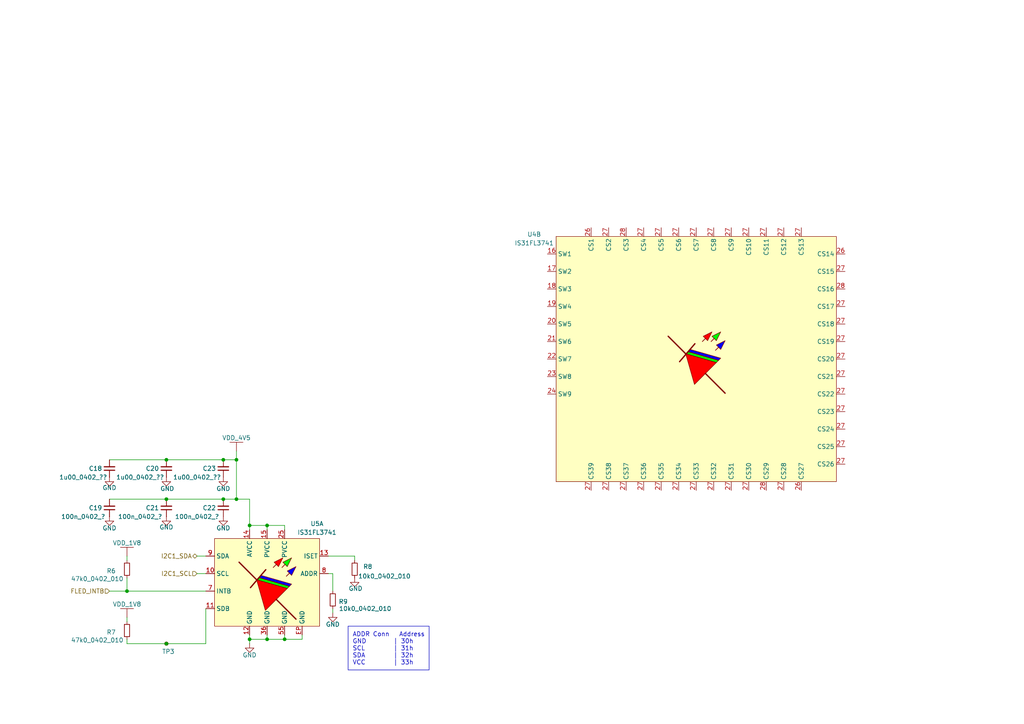
<source format=kicad_sch>
(kicad_sch (version 20250114) (generator "eeschema") (generator_version "9.0")
  (paper "A4")
  (title_block (title "Beacon Lite") (date "2025-04-13") (rev "1") (company "Beep Boop"))
  (lib_symbols
    (symbol "Beacon_Lite_Library:IS31FL3741"
      (property "Reference" "U" (at -5.08 5.08 0))
      (property "Value" "IS31FL3741" (at 0 2.54 0))
      (symbol "IS31FL3741_1_1"
        (rectangle (start 0 0) (end 30.48 -25.4) (fill (type background)))
        (polyline (pts (xy 7.112 -6.858) (xy 12.192 -11.938)) (stroke (width 0.381)))
        (polyline (pts (xy 10.414 -14.224) (xy 14.859 -9.017)) (stroke (width 0.381)))
        (polyline (pts (xy 12.192 -11.938) (xy 14.732 -20.828) (xy 21.082 -14.478) (xy 12.192 -11.938)) (fill (type color) (color 255 0 0 1)))
        (polyline (pts (xy 17.907 -7.493) (xy 17.018 -8.382)) (stroke (width 0.2032)))
        (polyline (pts (xy 17.907 -17.653) (xy 23.622 -23.368)) (stroke (width 0.381)))
        (polyline (pts (xy 18.542 -8.128) (xy 18.542 -8.128) (xy 19.812 -5.588) (xy 17.272 -6.858) (xy 18.542 -8.128)) (fill (type color) (color 255 0 0 1)))
        (polyline (pts (xy 20.447 -7.493) (xy 19.558 -8.382)) (stroke (width 0.2032)))
        (polyline (pts (xy 21.082 -8.128) (xy 21.082 -8.128) (xy 22.352 -5.588) (xy 19.812 -6.858) (xy 21.082 -8.128)) (fill (type color) (color 0 255 0 1)))
        (polyline (pts (xy 21.082 -14.478) (xy 21.717 -13.843) (xy 12.827 -11.303) (xy 12.192 -11.938) (xy 21.082 -14.478)) (fill (type color) (color 0 255 0 1)))
        (polyline (pts (xy 21.717 -10.033) (xy 20.828 -10.922)) (stroke (width 0.2032)))
        (polyline (pts (xy 21.717 -13.843) (xy 22.352 -13.208) (xy 13.462 -10.668) (xy 12.827 -11.303) (xy 21.717 -13.843)) (fill (type color) (color 0 0 255 1)))
        (polyline (pts (xy 22.352 -10.668) (xy 22.352 -10.668) (xy 23.622 -8.128) (xy 21.082 -9.398) (xy 22.352 -10.668)) (fill (type color) (color 0 0 255 1)))
        (pin bidirectional line (at -2.54 -5.08 0) (length 2.54) (name "SDA") (number "9"))
        (pin input line (at -2.54 -10.16 0) (length 2.54) (name "SCL") (number "10"))
        (pin input line (at -2.54 -15.24 0) (length 2.54) (name "INTB") (number "7"))
        (pin input line (at -2.54 -20.32 0) (length 2.54) (name "SDB") (number "11"))
        (pin power_in line (at 10.16 2.54 270) (length 2.54) (name "PVCC") (number "14"))
        (pin input line (at 10.16 -27.94 90) (length 2.54) (name "GND") (number "12"))
        (pin power_in line (at 15.24 2.54 270) (length 2.54) (name "PVCC") (number "15"))
        (pin passive line (at 15.24 -27.94 90) (length 2.54) (name "GND") (number "36"))
        (pin power_in line (at 20.32 2.54 270) (length 2.54) (name "PVCC") (number "25"))
        (pin passive line (at 20.32 -27.94 90) (length 2.54) (name "GND") (number "55"))
        (pin input line (at 33.02 -5.08 180) (length 2.54) (name "ISET") (number "13"))
        (pin input line (at 33.02 -10.16 180) (length 2.54) (name "ADDR") (number "8"))
      )
      (symbol "IS31FL3741_2_1"
        (rectangle (start 0 0) (end 81.28 -71.12) (fill (type background)))
        (polyline (pts (xy 32.512 -28.956) (xy 37.592 -34.036)) (stroke (width 0.381)))
        (polyline (pts (xy 35.814 -36.322) (xy 40.259 -31.115)) (stroke (width 0.381)))
        (polyline (pts (xy 37.592 -34.036) (xy 40.132 -42.926) (xy 46.482 -36.576) (xy 37.592 -34.036)) (fill (type color) (color 255 0 0 1)))
        (polyline (pts (xy 43.307 -29.591) (xy 42.418 -30.48)) (stroke (width 0.2032)))
        (polyline (pts (xy 43.307 -39.751) (xy 49.022 -45.466)) (stroke (width 0.381)))
        (polyline (pts (xy 43.942 -30.226) (xy 43.942 -30.226) (xy 45.212 -27.686) (xy 42.672 -28.956) (xy 43.942 -30.226)) (fill (type color) (color 255 0 0 1)))
        (polyline (pts (xy 45.847 -29.591) (xy 44.958 -30.48)) (stroke (width 0.2032)))
        (polyline (pts (xy 46.482 -30.226) (xy 46.482 -30.226) (xy 47.752 -27.686) (xy 45.212 -28.956) (xy 46.482 -30.226)) (fill (type color) (color 0 255 0 1)))
        (polyline (pts (xy 46.482 -36.576) (xy 47.117 -35.941) (xy 38.227 -33.401) (xy 37.592 -34.036) (xy 46.482 -36.576)) (fill (type color) (color 0 255 0 1)))
        (polyline (pts (xy 47.117 -32.131) (xy 46.228 -33.02)) (stroke (width 0.2032)))
        (polyline (pts (xy 47.117 -35.941) (xy 47.752 -35.306) (xy 38.862 -32.766) (xy 38.227 -33.401) (xy 47.117 -35.941)) (fill (type color) (color 0 0 255 1)))
        (polyline (pts (xy 47.752 -32.766) (xy 47.752 -32.766) (xy 49.022 -30.226) (xy 46.482 -31.496) (xy 47.752 -32.766)) (fill (type color) (color 0 0 255 1)))
        (pin output line (at -2.54 -5.08 0) (length 2.54) (name "SW1") (number "16"))
        (pin output line (at -2.54 -10.16 0) (length 2.54) (name "SW2") (number "17"))
        (pin output line (at -2.54 -15.24 0) (length 2.54) (name "SW3") (number "18"))
        (pin output line (at -2.54 -20.32 0) (length 2.54) (name "SW4") (number "19"))
        (pin output line (at -2.54 -25.4 0) (length 2.54) (name "SW5") (number "20"))
        (pin output line (at -2.54 -30.48 0) (length 2.54) (name "SW6") (number "21"))
        (pin output line (at -2.54 -35.56 0) (length 2.54) (name "SW7") (number "22"))
        (pin output line (at -2.54 -40.64 0) (length 2.54) (name "SW8") (number "23"))
        (pin output line (at -2.54 -45.72 0) (length 2.54) (name "SW9") (number "24"))
        (pin input line (at 10.16 2.54 270) (length 2.54) (name "CS1") (number "26"))
        (pin input line (at 10.16 -73.66 90) (length 2.54) (name "CS39") (number "27"))
        (pin input line (at 15.24 2.54 270) (length 2.54) (name "CS2") (number "27"))
        (pin input line (at 15.24 -73.66 90) (length 2.54) (name "CS38") (number "27"))
        (pin input line (at 20.32 2.54 270) (length 2.54) (name "CS3") (number "28"))
        (pin input line (at 20.32 -73.66 90) (length 2.54) (name "CS37") (number "27"))
        (pin input line (at 25.4 2.54 270) (length 2.54) (name "CS4") (number "27"))
        (pin input line (at 25.4 -73.66 90) (length 2.54) (name "CS36") (number "27"))
        (pin input line (at 30.48 2.54 270) (length 2.54) (name "CS5") (number "27"))
        (pin input line (at 30.48 -73.66 90) (length 2.54) (name "CS35") (number "27"))
        (pin input line (at 35.56 2.54 270) (length 2.54) (name "CS6") (number "27"))
        (pin input line (at 35.56 -73.66 90) (length 2.54) (name "CS34") (number "27"))
        (pin input line (at 40.64 2.54 270) (length 2.54) (name "CS7") (number "27"))
        (pin input line (at 40.64 -73.66 90) (length 2.54) (name "CS33") (number "27"))
        (pin input line (at 45.72 2.54 270) (length 2.54) (name "CS8") (number "27"))
        (pin input line (at 45.72 -73.66 90) (length 2.54) (name "CS32") (number "27"))
        (pin input line (at 50.8 2.54 270) (length 2.54) (name "CS9") (number "27"))
        (pin input line (at 50.8 -73.66 90) (length 2.54) (name "CS31") (number "27"))
        (pin input line (at 55.88 2.54 270) (length 2.54) (name "CS10") (number "27"))
        (pin input line (at 55.88 -73.66 90) (length 2.54) (name "CS30") (number "27"))
        (pin input line (at 60.96 2.54 270) (length 2.54) (name "CS11") (number "27"))
        (pin input line (at 60.96 -73.66 90) (length 2.54) (name "CS29") (number "28"))
        (pin input line (at 66.04 2.54 270) (length 2.54) (name "CS12") (number "27"))
        (pin input line (at 66.04 -73.66 90) (length 2.54) (name "CS28") (number "27"))
        (pin input line (at 71.12 2.54 270) (length 2.54) (name "CS13") (number "27"))
        (pin input line (at 71.12 -73.66 90) (length 2.54) (name "CS27") (number "26"))
        (pin input line (at 83.82 -5.08 180) (length 2.54) (name "CS14") (number "26"))
        (pin input line (at 83.82 -10.16 180) (length 2.54) (name "CS15") (number "27"))
        (pin input line (at 83.82 -15.24 180) (length 2.54) (name "CS16") (number "28"))
        (pin input line (at 83.82 -20.32 180) (length 2.54) (name "CS17") (number "27"))
        (pin input line (at 83.82 -25.4 180) (length 2.54) (name "CS18") (number "27"))
        (pin input line (at 83.82 -30.48 180) (length 2.54) (name "CS19") (number "27"))
        (pin input line (at 83.82 -35.56 180) (length 2.54) (name "CS20") (number "27"))
        (pin input line (at 83.82 -40.64 180) (length 2.54) (name "CS21") (number "27"))
        (pin input line (at 83.82 -45.72 180) (length 2.54) (name "CS22") (number "27"))
        (pin input line (at 83.82 -50.8 180) (length 2.54) (name "CS23") (number "27"))
        (pin input line (at 83.82 -55.88 180) (length 2.54) (name "CS24") (number "27"))
        (pin input line (at 83.82 -60.96 180) (length 2.54) (name "CS25") (number "27"))
        (pin input line (at 83.82 -66.04 180) (length 2.54) (name "CS26") (number "27"))
      )
    )
    (symbol "Beacon_Lite_Library:VDD" (power) (in_bom no) (on_board no)
      (property "Value" "VDD" (at 4.826 -0.508 0))
      (symbol "VDD_0_1"
        (polyline (pts (xy 0 2.54) (xy 0 0)))
        (polyline (pts (xy 1.905 2.54) (xy -1.905 2.54)))
      )
      (symbol "VDD_1_1"
        (pin power_in line (at 0 0 90) (length 2.54) (hide yes) (name "VDD_3V3") (number ""))
      )
    )
    (symbol "Connector:TestPoint_Small" (pin_numbers (hide yes)) (pin_names (offset 0.762) (hide yes))
      (property "Reference" "TP" (at 0 3.81 0))
      (property "Value" "TestPoint_Small" (at 0 2.032 0))
      (symbol "TestPoint_Small_0_1"
        (circle (center 0 0) (radius 0.508))
      )
      (symbol "TestPoint_Small_1_1"
        (pin passive line (at 0 0 90) (length 0) (name "1") (number "1"))
      )
    )
    (symbol "Device:C_Small" (pin_numbers (hide yes)) (pin_names (offset 0.254) (hide yes))
      (property "Reference" "C" (at 0.254 1.778 0))
      (property "Value" "C_Small" (at 0.254 -2.032 0))
      (symbol "C_Small_0_1"
        (polyline (pts (xy -1.524 0.508) (xy 1.524 0.508)) (stroke (width 0.3048)))
        (polyline (pts (xy -1.524 -0.508) (xy 1.524 -0.508)) (stroke (width 0.3302)))
      )
      (symbol "C_Small_1_1"
        (pin passive line (at 0 2.54 270) (length 2.032) (name "~") (number "1"))
        (pin passive line (at 0 -2.54 90) (length 2.032) (name "~") (number "2"))
      )
    )
    (symbol "Device:R_Small" (pin_numbers (hide yes)) (pin_names (offset 0.254) (hide yes))
      (property "Reference" "R" (at 0.762 0.508 0))
      (property "Value" "R_Small" (at 0.762 -1.016 0))
      (symbol "R_Small_0_1"
        (rectangle (start -0.762 1.778) (end 0.762 -1.778) (stroke (width 0.2032)))
      )
      (symbol "R_Small_1_1"
        (pin passive line (at 0 2.54 270) (length 0.762) (name "~") (number "1"))
        (pin passive line (at 0 -2.54 90) (length 0.762) (name "~") (number "2"))
      )
    )
    (symbol "IS31FL3741_1"
      (property "Reference" "U" (at -5.08 5.08 0))
      (property "Value" "IS31FL3741" (at 0 2.54 0))
      (symbol "IS31FL3741_1_1_1"
        (rectangle (start 0 0) (end 30.48 -25.4) (fill (type background)))
        (polyline (pts (xy 7.112 -6.858) (xy 12.192 -11.938)) (stroke (width 0.381)))
        (polyline (pts (xy 10.414 -14.224) (xy 14.859 -9.017)) (stroke (width 0.381)))
        (polyline (pts (xy 12.192 -11.938) (xy 14.732 -20.828) (xy 21.082 -14.478) (xy 12.192 -11.938)) (fill (type color) (color 255 0 0 1)))
        (polyline (pts (xy 17.907 -7.493) (xy 17.018 -8.382)) (stroke (width 0.2032)))
        (polyline (pts (xy 17.907 -17.653) (xy 23.622 -23.368)) (stroke (width 0.381)))
        (polyline (pts (xy 18.542 -8.128) (xy 18.542 -8.128) (xy 19.812 -5.588) (xy 17.272 -6.858) (xy 18.542 -8.128)) (fill (type color) (color 255 0 0 1)))
        (polyline (pts (xy 20.447 -7.493) (xy 19.558 -8.382)) (stroke (width 0.2032)))
        (polyline (pts (xy 21.082 -8.128) (xy 21.082 -8.128) (xy 22.352 -5.588) (xy 19.812 -6.858) (xy 21.082 -8.128)) (fill (type color) (color 0 255 0 1)))
        (polyline (pts (xy 21.082 -14.478) (xy 21.717 -13.843) (xy 12.827 -11.303) (xy 12.192 -11.938) (xy 21.082 -14.478)) (fill (type color) (color 0 255 0 1)))
        (polyline (pts (xy 21.717 -10.033) (xy 20.828 -10.922)) (stroke (width 0.2032)))
        (polyline (pts (xy 21.717 -13.843) (xy 22.352 -13.208) (xy 13.462 -10.668) (xy 12.827 -11.303) (xy 21.717 -13.843)) (fill (type color) (color 0 0 255 1)))
        (polyline (pts (xy 22.352 -10.668) (xy 22.352 -10.668) (xy 23.622 -8.128) (xy 21.082 -9.398) (xy 22.352 -10.668)) (fill (type color) (color 0 0 255 1)))
        (pin bidirectional line (at -2.54 -5.08 0) (length 2.54) (name "SDA") (number "9"))
        (pin input line (at -2.54 -10.16 0) (length 2.54) (name "SCL") (number "10"))
        (pin input line (at -2.54 -15.24 0) (length 2.54) (name "INTB") (number "7"))
        (pin input line (at -2.54 -20.32 0) (length 2.54) (name "SDB") (number "11"))
        (pin power_in line (at 10.16 2.54 270) (length 2.54) (name "AVCC") (number "14"))
        (pin input line (at 10.16 -27.94 90) (length 2.54) (name "GND") (number "12"))
        (pin power_in line (at 15.24 2.54 270) (length 2.54) (name "PVCC") (number "15"))
        (pin passive line (at 15.24 -27.94 90) (length 2.54) (name "GND") (number "36"))
        (pin power_in line (at 20.32 2.54 270) (length 2.54) (name "PVCC") (number "25"))
        (pin passive line (at 20.32 -27.94 90) (length 2.54) (name "GND") (number "55"))
        (pin passive line (at 25.4 -27.94 90) (length 2.54) (name "GND") (number "EP"))
        (pin input line (at 33.02 -5.08 180) (length 2.54) (name "ISET") (number "13"))
        (pin input line (at 33.02 -10.16 180) (length 2.54) (name "ADDR") (number "8"))
      )
      (symbol "IS31FL3741_1_2_1"
        (rectangle (start 0 0) (end 81.28 -71.12) (fill (type background)))
        (polyline (pts (xy 32.512 -28.956) (xy 37.592 -34.036)) (stroke (width 0.381)))
        (polyline (pts (xy 35.814 -36.322) (xy 40.259 -31.115)) (stroke (width 0.381)))
        (polyline (pts (xy 37.592 -34.036) (xy 40.132 -42.926) (xy 46.482 -36.576) (xy 37.592 -34.036)) (fill (type color) (color 255 0 0 1)))
        (polyline (pts (xy 43.307 -29.591) (xy 42.418 -30.48)) (stroke (width 0.2032)))
        (polyline (pts (xy 43.307 -39.751) (xy 49.022 -45.466)) (stroke (width 0.381)))
        (polyline (pts (xy 43.942 -30.226) (xy 43.942 -30.226) (xy 45.212 -27.686) (xy 42.672 -28.956) (xy 43.942 -30.226)) (fill (type color) (color 255 0 0 1)))
        (polyline (pts (xy 45.847 -29.591) (xy 44.958 -30.48)) (stroke (width 0.2032)))
        (polyline (pts (xy 46.482 -30.226) (xy 46.482 -30.226) (xy 47.752 -27.686) (xy 45.212 -28.956) (xy 46.482 -30.226)) (fill (type color) (color 0 255 0 1)))
        (polyline (pts (xy 46.482 -36.576) (xy 47.117 -35.941) (xy 38.227 -33.401) (xy 37.592 -34.036) (xy 46.482 -36.576)) (fill (type color) (color 0 255 0 1)))
        (polyline (pts (xy 47.117 -32.131) (xy 46.228 -33.02)) (stroke (width 0.2032)))
        (polyline (pts (xy 47.117 -35.941) (xy 47.752 -35.306) (xy 38.862 -32.766) (xy 38.227 -33.401) (xy 47.117 -35.941)) (fill (type color) (color 0 0 255 1)))
        (polyline (pts (xy 47.752 -32.766) (xy 47.752 -32.766) (xy 49.022 -30.226) (xy 46.482 -31.496) (xy 47.752 -32.766)) (fill (type color) (color 0 0 255 1)))
        (pin output line (at -2.54 -5.08 0) (length 2.54) (name "SW1") (number "16"))
        (pin output line (at -2.54 -10.16 0) (length 2.54) (name "SW2") (number "17"))
        (pin output line (at -2.54 -15.24 0) (length 2.54) (name "SW3") (number "18"))
        (pin output line (at -2.54 -20.32 0) (length 2.54) (name "SW4") (number "19"))
        (pin output line (at -2.54 -25.4 0) (length 2.54) (name "SW5") (number "20"))
        (pin output line (at -2.54 -30.48 0) (length 2.54) (name "SW6") (number "21"))
        (pin output line (at -2.54 -35.56 0) (length 2.54) (name "SW7") (number "22"))
        (pin output line (at -2.54 -40.64 0) (length 2.54) (name "SW8") (number "23"))
        (pin output line (at -2.54 -45.72 0) (length 2.54) (name "SW9") (number "24"))
        (pin input line (at 10.16 2.54 270) (length 2.54) (name "CS1") (number "26"))
        (pin input line (at 10.16 -73.66 90) (length 2.54) (name "CS39") (number "6"))
        (pin input line (at 15.24 2.54 270) (length 2.54) (name "CS2") (number "27"))
        (pin input line (at 15.24 -73.66 90) (length 2.54) (name "CS38") (number "5"))
        (pin input line (at 20.32 2.54 270) (length 2.54) (name "CS3") (number "28"))
        (pin input line (at 20.32 -73.66 90) (length 2.54) (name "CS37") (number "4"))
        (pin input line (at 25.4 2.54 270) (length 2.54) (name "CS4") (number "27"))
        (pin input line (at 25.4 -73.66 90) (length 2.54) (name "CS36") (number "3"))
        (pin input line (at 30.48 2.54 270) (length 2.54) (name "CS5") (number "30"))
        (pin input line (at 30.48 -73.66 90) (length 2.54) (name "CS35") (number "2"))
        (pin input line (at 35.56 2.54 270) (length 2.54) (name "CS6") (number "31"))
        (pin input line (at 35.56 -73.66 90) (length 2.54) (name "CS34") (number "1"))
        (pin input line (at 40.64 2.54 270) (length 2.54) (name "CS7") (number "32"))
        (pin input line (at 40.64 -73.66 90) (length 2.54) (name "CS33") (number "60"))
        (pin input line (at 45.72 2.54 270) (length 2.54) (name "CS8") (number "33"))
        (pin input line (at 45.72 -73.66 90) (length 2.54) (name "CS32") (number "59"))
        (pin input line (at 50.8 2.54 270) (length 2.54) (name "CS9") (number "34"))
        (pin input line (at 50.8 -73.66 90) (length 2.54) (name "CS31") (number "58"))
        (pin input line (at 55.88 2.54 270) (length 2.54) (name "CS10") (number "35"))
        (pin input line (at 55.88 -73.66 90) (length 2.54) (name "CS30") (number "57"))
        (pin input line (at 60.96 2.54 270) (length 2.54) (name "CS11") (number "37"))
        (pin input line (at 60.96 -73.66 90) (length 2.54) (name "CS29") (number "56"))
        (pin input line (at 66.04 2.54 270) (length 2.54) (name "CS12") (number "38"))
        (pin input line (at 66.04 -73.66 90) (length 2.54) (name "CS28") (number "54"))
        (pin input line (at 71.12 2.54 270) (length 2.54) (name "CS13") (number "39"))
        (pin input line (at 71.12 -73.66 90) (length 2.54) (name "CS27") (number "53"))
        (pin input line (at 83.82 -5.08 180) (length 2.54) (name "CS14") (number "40"))
        (pin input line (at 83.82 -10.16 180) (length 2.54) (name "CS15") (number "41"))
        (pin input line (at 83.82 -15.24 180) (length 2.54) (name "CS16") (number "42"))
        (pin input line (at 83.82 -20.32 180) (length 2.54) (name "CS17") (number "43"))
        (pin input line (at 83.82 -25.4 180) (length 2.54) (name "CS18") (number "44"))
        (pin input line (at 83.82 -30.48 180) (length 2.54) (name "CS19") (number "45"))
        (pin input line (at 83.82 -35.56 180) (length 2.54) (name "CS20") (number "46"))
        (pin input line (at 83.82 -40.64 180) (length 2.54) (name "CS21") (number "47"))
        (pin input line (at 83.82 -45.72 180) (length 2.54) (name "CS22") (number "48"))
        (pin input line (at 83.82 -50.8 180) (length 2.54) (name "CS23") (number "49"))
        (pin input line (at 83.82 -55.88 180) (length 2.54) (name "CS24") (number "50"))
        (pin input line (at 83.82 -60.96 180) (length 2.54) (name "CS25") (number "51"))
        (pin input line (at 83.82 -66.04 180) (length 2.54) (name "CS26") (number "52"))
      )
    )
    (symbol "power:GND" (power) (pin_numbers (hide yes)) (pin_names (offset 0) (hide yes))
      (property "Value" "GND" (at 0 -3.81 0))
      (symbol "GND_0_1"
        (polyline (pts (xy 0 0) (xy 0 -1.27) (xy 1.27 -1.27) (xy 0 -2.54) (xy -1.27 -1.27) (xy 0 -1.27)))
      )
      (symbol "GND_1_1"
        (pin power_in line (at 0 0 270) (length 0) (name "~") (number "1"))
      )
    )
  )
  (rectangle (start 100.965 181.61) (end 124.46 194.31))
  (text "ADDR Conn   Address\nGND 	  | 30h\nSCL		  | 31h\nSDA 	  | 32h\nVCC 	  | 33h" (at 102.235 193.04 0) (effects (font (size 1.27 1.27)) (justify left bottom)))
  (junction (at 77.47 185.42))
  (junction (at 48.26 133.35))
  (junction (at 77.47 152.4))
  (junction (at 72.39 185.42))
  (junction (at 68.58 144.78))
  (junction (at 72.39 152.4))
  (junction (at 64.77 144.78))
  (junction (at 48.26 186.69))
  (junction (at 48.26 144.78))
  (junction (at 64.77 133.35))
  (junction (at 82.55 185.42))
  (junction (at 36.83 171.45))
  (junction (at 68.58 133.35))
  (wire (pts (xy 48.26 133.35) (xy 31.75 133.35)))
  (wire (pts (xy 36.83 161.29) (xy 36.83 162.56)))
  (wire (pts (xy 77.47 185.42) (xy 72.39 185.42)))
  (wire (pts (xy 36.83 185.42) (xy 36.83 186.69)))
  (wire (pts (xy 72.39 185.42) (xy 72.39 184.15)))
  (wire (pts (xy 87.63 185.42) (xy 82.55 185.42)))
  (wire (pts (xy 82.55 152.4) (xy 77.47 152.4)))
  (wire (pts (xy 36.83 171.45) (xy 59.69 171.45)))
  (wire (pts (xy 36.83 167.64) (xy 36.83 171.45)))
  (wire (pts (xy 77.47 185.42) (xy 82.55 185.42)))
  (wire (pts (xy 77.47 152.4) (xy 77.47 153.67)))
  (wire (pts (xy 48.26 144.78) (xy 31.75 144.78)))
  (wire (pts (xy 31.75 171.45) (xy 36.83 171.45)))
  (wire (pts (xy 68.58 144.78) (xy 64.77 144.78)))
  (wire (pts (xy 102.87 161.29) (xy 102.87 162.56)))
  (wire (pts (xy 72.39 153.67) (xy 72.39 152.4)))
  (wire (pts (xy 96.52 166.37) (xy 95.25 166.37)))
  (wire (pts (xy 96.52 171.45) (xy 96.52 166.37)))
  (wire (pts (xy 68.58 133.35) (xy 68.58 144.78)))
  (wire (pts (xy 57.15 161.29) (xy 59.69 161.29)))
  (wire (pts (xy 57.15 166.37) (xy 59.69 166.37)))
  (wire (pts (xy 72.39 144.78) (xy 72.39 152.4)))
  (wire (pts (xy 68.58 130.81) (xy 68.58 133.35)))
  (wire (pts (xy 68.58 133.35) (xy 64.77 133.35)))
  (wire (pts (xy 77.47 184.15) (xy 77.47 185.42)))
  (wire (pts (xy 36.83 186.69) (xy 48.26 186.69)))
  (wire (pts (xy 64.77 144.78) (xy 48.26 144.78)))
  (wire (pts (xy 95.25 161.29) (xy 102.87 161.29)))
  (wire (pts (xy 72.39 152.4) (xy 77.47 152.4)))
  (wire (pts (xy 48.26 186.69) (xy 59.69 186.69)))
  (wire (pts (xy 87.63 184.15) (xy 87.63 185.42)))
  (wire (pts (xy 36.83 179.07) (xy 36.83 180.34)))
  (wire (pts (xy 82.55 153.67) (xy 82.55 152.4)))
  (wire (pts (xy 68.58 144.78) (xy 72.39 144.78)))
  (wire (pts (xy 96.52 176.53) (xy 96.52 177.8)))
  (wire (pts (xy 82.55 184.15) (xy 82.55 185.42)))
  (wire (pts (xy 59.69 186.69) (xy 59.69 176.53)))
  (wire (pts (xy 64.77 133.35) (xy 48.26 133.35)))
  (wire (pts (xy 72.39 186.69) (xy 72.39 185.42)))
  (hierarchical_label "FLED_INTB" (shape input) (at 31.75 171.45 180) (property "Intersheetrefs" "${INTERSHEET_REFS}" (effects (hide yes))))
  (hierarchical_label "I2C1_SCL" (shape input) (at 57.15 166.37 180) (property "Intersheetrefs" "${INTERSHEET_REFS}" (effects (hide yes))))
  (hierarchical_label "I2C1_SDA" (shape bidirectional) (at 57.15 161.29 180) (property "Intersheetrefs" "${INTERSHEET_REFS}" (effects (hide yes))))
  (symbol (lib_id "power:GND") (at 31.75 149.86 0) (unit 1)
    (property "Reference" "#PWR041" (effects (hide yes)))
    (property "Value" "GND" (at 31.75 153.162 0))
    (property "Description" "Power symbol creates a global label with name \"GND\" , ground" (effects (hide yes)))
  )
  (symbol (lib_id "Beacon_Lite_Library:VDD") (at 36.83 179.07 0) (unit 1) (in_bom no) (on_board no)
    (property "Reference" "#PWR043" (effects (hide yes)))
    (property "Value" "VDD_1V8" (at 36.83 175.26 0))
  )
  (symbol (lib_id "Device:C_Small") (at 31.75 135.89 180) (unit 1)
    (property "Reference" "C18" (at 27.686 135.89 0))
    (property "Value" "1u00_0402_??" (at 24.13 138.43 0))
    (property "Footprint" "Footprint_Library:0402_1005Metric_Handsolder" (effects (hide yes)))
  )
  (symbol (lib_id "Device:R_Small") (at 36.83 165.1 180) (unit 1)
    (property "Reference" "R6" (at 32.258 165.608 0))
    (property "Value" "47k0_0402_010" (at 28.194 167.894 0))
    (property "Footprint" "Footprint_Library:0402_1005Metric_Handsolder" (effects (hide yes)))
  )
  (symbol (lib_id "Beacon_Lite_Library:VDD") (at 68.58 130.81 0) (unit 1) (in_bom no) (on_board no)
    (property "Reference" "#PWR035" (effects (hide yes)))
    (property "Value" "VDD_4V5" (at 68.58 127 0))
  )
  (symbol (lib_id "power:GND") (at 72.39 186.69 0) (unit 1)
    (property "Reference" "#PWR034" (effects (hide yes)))
    (property "Value" "GND" (at 72.39 189.992 0))
    (property "Description" "Power symbol creates a global label with name \"GND\" , ground" (effects (hide yes)))
  )
  (symbol (lib_id "Device:C_Small") (at 64.77 135.89 180) (unit 1)
    (property "Reference" "C23" (at 60.706 135.89 0))
    (property "Value" "1u00_0402_??" (at 57.15 138.43 0))
    (property "Footprint" "Footprint_Library:0402_1005Metric_Handsolder" (effects (hide yes)))
  )
  (symbol (lib_id "power:GND") (at 48.26 149.86 0) (unit 1)
    (property "Reference" "#PWR036" (effects (hide yes)))
    (property "Value" "GND" (at 48.26 152.908 0))
    (property "Description" "Power symbol creates a global label with name \"GND\" , ground" (effects (hide yes)))
  )
  (symbol (lib_id "power:GND") (at 48.26 138.43 0) (unit 1)
    (property "Reference" "#PWR039" (effects (hide yes)))
    (property "Value" "GND" (at 48.514 141.732 0))
    (property "Description" "Power symbol creates a global label with name \"GND\" , ground" (effects (hide yes)))
  )
  (symbol (lib_id "Beacon_Lite_Library:IS31FL3741") (at 161.29 68.58 0) (unit 2)
    (property "Reference" "U4" (at 154.94 67.9703 0))
    (property "Value" "IS31FL3741" (at 154.94 70.5103 0))
    (property "Datasheet" "https://www.mouser.com/ProductDetail/Lumissil/IS31FL3741A-QFLS4-TR?qs=vHuUswq2%252BswTP7dMFLQAvQ%3D%3D" (effects (hide yes)))
  )
  (symbol (lib_name "IS31FL3741_1") (lib_id "Beacon_Lite_Library:IS31FL3741") (at 62.23 156.21 0) (unit 1)
    (property "Reference" "U5" (at 91.948 151.892 0))
    (property "Value" "IS31FL3741" (at 91.948 154.432 0))
    (property "Datasheet" "https://www.mouser.com/ProductDetail/Lumissil/IS31FL3741A-QFLS4-TR?qs=vHuUswq2%252BswTP7dMFLQAvQ%3D%3D" (effects (hide yes)))
    (property "Description" "LED Driver, I2C, 39X9 Dot Matrix" (effects (hide yes)))
  )
  (symbol (lib_id "power:GND") (at 31.75 138.43 0) (unit 1)
    (property "Reference" "#PWR040" (effects (hide yes)))
    (property "Value" "GND" (at 31.75 141.478 0))
    (property "Description" "Power symbol creates a global label with name \"GND\" , ground" (effects (hide yes)))
  )
  (symbol (lib_id "power:GND") (at 64.77 138.43 0) (unit 1)
    (property "Reference" "#PWR038" (effects (hide yes)))
    (property "Value" "GND" (at 64.77 141.732 0))
    (property "Description" "Power symbol creates a global label with name \"GND\" , ground" (effects (hide yes)))
  )
  (symbol (lib_id "power:GND") (at 64.77 149.86 0) (unit 1)
    (property "Reference" "#PWR037" (effects (hide yes)))
    (property "Value" "GND" (at 64.77 153.162 0))
    (property "Description" "Power symbol creates a global label with name \"GND\" , ground" (effects (hide yes)))
  )
  (symbol (lib_id "Device:R_Small") (at 102.87 165.1 180) (unit 1)
    (property "Reference" "R8" (at 106.68 164.338 0))
    (property "Value" "10k0_0402_010" (at 111.506 167.132 0))
    (property "Footprint" "Footprint_Library:0402_1005Metric_Handsolder" (effects (hide yes)))
  )
  (symbol (lib_id "Device:C_Small") (at 48.26 147.32 180) (unit 1)
    (property "Reference" "C21" (at 44.196 147.32 0))
    (property "Value" "100n_0402_?" (at 40.64 149.86 0))
    (property "Footprint" "Footprint_Library:0402_1005Metric_Handsolder" (effects (hide yes)))
  )
  (symbol (lib_id "Device:R_Small") (at 36.83 182.88 180) (unit 1)
    (property "Reference" "R7" (at 32.258 183.388 0))
    (property "Value" "47k0_0402_010" (at 28.194 185.674 0))
    (property "Footprint" "Footprint_Library:0402_1005Metric_Handsolder" (effects (hide yes)))
  )
  (symbol (lib_id "Beacon_Lite_Library:VDD") (at 36.83 161.29 0) (unit 1) (in_bom no) (on_board no)
    (property "Reference" "#PWR042" (effects (hide yes)))
    (property "Value" "VDD_1V8" (at 36.83 157.48 0))
  )
  (symbol (lib_id "Device:C_Small") (at 31.75 147.32 180) (unit 1)
    (property "Reference" "C19" (at 27.686 147.32 0))
    (property "Value" "100n_0402_?" (at 24.13 149.86 0))
    (property "Footprint" "Footprint_Library:0402_1005Metric_Handsolder" (effects (hide yes)))
  )
  (symbol (lib_id "Device:R_Small") (at 96.52 173.99 180) (unit 1)
    (property "Reference" "R9" (at 99.568 174.498 0))
    (property "Value" "10k0_0402_010" (at 105.918 176.53 0))
    (property "Footprint" "Footprint_Library:0402_1005Metric_Handsolder" (effects (hide yes)))
  )
  (symbol (lib_id "Device:C_Small") (at 48.26 135.89 180) (unit 1)
    (property "Reference" "C20" (at 44.196 135.89 0))
    (property "Value" "1u00_0402_??" (at 40.64 138.43 0))
    (property "Footprint" "Footprint_Library:0402_1005Metric_Handsolder" (effects (hide yes)))
  )
  (symbol (lib_id "Device:C_Small") (at 64.77 147.32 180) (unit 1)
    (property "Reference" "C22" (at 60.706 147.32 0))
    (property "Value" "100n_0402_?" (at 57.15 149.86 0))
    (property "Footprint" "Footprint_Library:0402_1005Metric_Handsolder" (effects (hide yes)))
  )
  (symbol (lib_id "power:GND") (at 96.52 177.8 0) (unit 1)
    (property "Reference" "#PWR045" (effects (hide yes)))
    (property "Value" "GND" (at 96.52 181.102 0))
    (property "Description" "Power symbol creates a global label with name \"GND\" , ground" (effects (hide yes)))
  )
  (symbol (lib_id "power:GND") (at 102.87 167.64 0) (unit 1)
    (property "Reference" "#PWR044" (effects (hide yes)))
    (property "Value" "GND" (at 103.124 170.688 0))
    (property "Description" "Power symbol creates a global label with name \"GND\" , ground" (effects (hide yes)))
  )
  (symbol (lib_id "Connector:TestPoint_Small") (at 48.26 186.69 0) (unit 1)
    (property "Reference" "TP3" (at 46.99 188.976 0) (effects (justify left)))
    (property "Value" "TestPoint_Small" (effects (hide yes)))
    (property "Description" "test point" (effects (hide yes)))
  )
)
</source>
